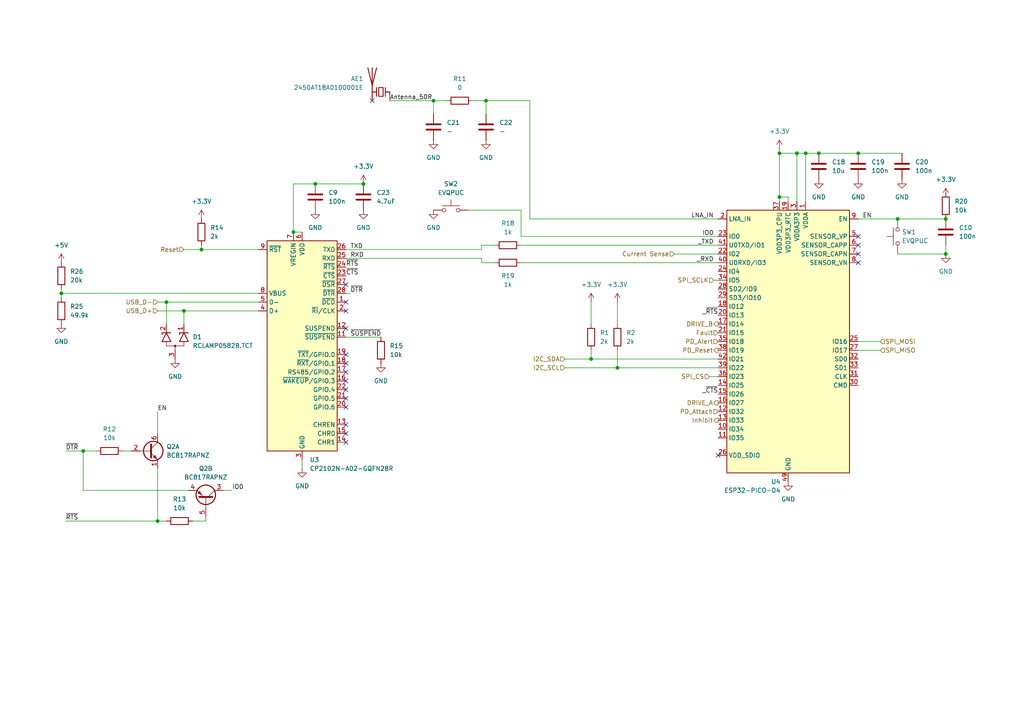
<source format=kicad_sch>
(kicad_sch (version 20231120) (generator "eeschema") (generator_version "8.0")
  (paper "A4")
  (lib_symbols
    (symbol "CP2102N-A02-GQFN28R_1" (exclude_from_sim yes)
      (property "Reference" "U" (at -8.89 31.75 0))
      (property "Value" "CP2102N-A02-GQFN28R" (at 12.7 31.75 0))
      (symbol "CP2102N-A02-GQFN28R_1_0_1"
        (rectangle (start -10.16 30.48) (end 10.16 -30.48) (stroke (width 0.254)) (fill (type background)))
      )
      (symbol "CP2102N-A02-GQFN28R_1_1_1"
        (pin input line (at 12.7 12.7 180) (length 2.54) (name "~{DCD}") (number "1"))
        (pin no_connect line (at -10.16 -27.94 0) (length 2.54) hide (name "NC") (number "10"))
        (pin output line (at 12.7 2.54 180) (length 2.54) (name "~{SUSPEND}") (number "11"))
        (pin output line (at 12.7 5.08 180) (length 2.54) (name "SUSPEND") (number "12"))
        (pin output line (at 12.7 -22.86 180) (length 2.54) (name "CHREN") (number "13"))
        (pin output line (at 12.7 -27.94 180) (length 2.54) (name "CHR1") (number "14"))
        (pin output line (at 12.7 -25.4 180) (length 2.54) (name "CHR0") (number "15"))
        (pin bidirectional line (at 12.7 -10.16 180) (length 2.54) (name "~{WAKEUP}/GPIO.3") (number "16"))
        (pin bidirectional line (at 12.7 -7.62 180) (length 2.54) (name "RS485/GPIO.2") (number "17"))
        (pin bidirectional line (at 12.7 -5.08 180) (length 2.54) (name "~{RXT}/GPIO.1") (number "18"))
        (pin bidirectional line (at 12.7 -2.54 180) (length 2.54) (name "~{TXT}/GPIO.0") (number "19"))
        (pin bidirectional line (at 12.7 10.16 180) (length 2.54) (name "~{RI}/CLK") (number "2"))
        (pin bidirectional line (at 12.7 -17.78 180) (length 2.54) (name "GPIO.6") (number "20"))
        (pin bidirectional line (at 12.7 -15.24 180) (length 2.54) (name "GPIO.5") (number "21"))
        (pin bidirectional line (at 12.7 -12.7 180) (length 2.54) (name "GPIO.4") (number "22"))
        (pin input line (at 12.7 20.32 180) (length 2.54) (name "~{CTS}") (number "23"))
        (pin output line (at 12.7 22.86 180) (length 2.54) (name "~{RTS}") (number "24"))
        (pin input line (at 12.7 25.4 180) (length 2.54) (name "RXD") (number "25"))
        (pin output line (at 12.7 27.94 180) (length 2.54) (name "TXD") (number "26"))
        (pin input line (at 12.7 17.78 180) (length 2.54) (name "~{DSR}") (number "27"))
        (pin output line (at 12.7 15.24 180) (length 2.54) (name "~{DTR}") (number "28"))
        (pin passive line (at 0 -33.02 90) (length 2.54) hide (name "GND") (number "29"))
        (pin power_in line (at 0 -33.02 90) (length 2.54) (name "GND") (number "3"))
        (pin bidirectional line (at -12.7 10.16 0) (length 2.54) (name "D+") (number "4"))
        (pin bidirectional line (at -12.7 12.7 0) (length 2.54) (name "D-") (number "5"))
        (pin power_in line (at 0 33.02 270) (length 2.54) (name "VDD") (number "6"))
        (pin power_in line (at -2.54 33.02 270) (length 2.54) (name "VREGIN") (number "7"))
        (pin input line (at -12.7 15.24 0) (length 2.54) (name "VBUS") (number "8"))
        (pin input line (at -12.7 27.94 0) (length 2.54) (name "~{RST}") (number "9"))
      )
    )
    (symbol "CR0402AFX-2001GAS_1" (pin_numbers hide) (pin_names (offset 0))
      (property "Reference" "R" (at 2.032 0 90))
      (property "Value" "2k" (at 0 0 90))
      (symbol "CR0402AFX-2001GAS_1_0_1"
        (rectangle (start -1.016 -2.54) (end 1.016 2.54) (stroke (width 0.254)))
      )
      (symbol "CR0402AFX-2001GAS_1_1_1"
        (pin passive line (at 0 3.81 270) (length 1.27) (name "~") (number "1"))
        (pin passive line (at 0 -3.81 90) (length 1.27) (name "~") (number "2"))
      )
    )
    (symbol "CR0402AJ/-000GLF_1" (pin_numbers hide) (pin_names (offset 0))
      (property "Reference" "R" (at 2.032 0 90))
      (property "Value" "0" (at 0 0 90))
      (symbol "CR0402AJ/-000GLF_1_0_1"
        (rectangle (start -1.016 -2.54) (end 1.016 2.54) (stroke (width 0.254)))
      )
      (symbol "CR0402AJ/-000GLF_1_1_1"
        (pin passive line (at 0 3.81 270) (length 1.27) (name "~") (number "1"))
        (pin passive line (at 0 -3.81 90) (length 1.27) (name "~") (number "2"))
      )
    )
    (symbol "Frank PartDB Library:2450AT18A0100001E" (pin_numbers hide) (pin_names (offset 1.016) hide)
      (property "Reference" "AE" (at 0 5.08 0))
      (property "Value" "2450AT18A0100001E" (at 0 3.175 0))
      (symbol "2450AT18A0100001E_0_1"
        (polyline (pts (xy -2.54 0) (xy -2.54 -0.635)) (stroke (width 0.254)))
        (polyline (pts (xy -2.54 0) (xy -1.27 0)) (stroke (width 0.254)))
        (polyline (pts (xy 1.27 0) (xy 2.54 0)) (stroke (width 0.254)))
        (polyline (pts (xy 1.27 1.27) (xy 1.27 -1.27)) (stroke (width 0.254)))
        (polyline (pts (xy 2.54 -0.635) (xy 2.54 0)))
        (polyline (pts (xy 2.54 6.985) (xy 2.54 -1.905)) (stroke (width 0.254)))
        (polyline (pts (xy -1.27 1.27) (xy -1.27 -1.27) (xy -1.27 0)) (stroke (width 0.254)))
        (polyline (pts (xy 3.81 6.985) (xy 2.54 1.905) (xy 1.27 6.985)) (stroke (width 0.254)))
        (polyline (pts (xy -0.635 1.27) (xy 0.635 1.27) (xy 0.635 -1.27) (xy -0.635 -1.27) (xy -0.635 1.27)) (stroke (width 0.254)))
      )
      (symbol "2450AT18A0100001E_1_1"
        (pin input line (at -2.54 -2.54 90) (length 2.54) (name "FEED") (number "1"))
        (pin passive line (at 2.54 -2.54 90) (length 2.54) (name "PCB_Trace") (number "2"))
      )
    )
    (symbol "Frank PartDB Library:ESP32-PICO-D4" (exclude_from_sim yes)
      (property "Reference" "U" (at -17.78 39.37 0))
      (property "Value" "ESP32-PICO-D4" (at 3.81 39.37 0))
      (symbol "ESP32-PICO-D4_0_0"
        (pin power_in line (at -5.08 40.64 270) (length 2.54) (name "VDDA") (number "1"))
        (pin input line (at 20.32 -25.4 180) (length 2.54) (name "IO34") (number "10"))
        (pin input line (at 20.32 -27.94 180) (length 2.54) (name "IO35") (number "11"))
        (pin bidirectional line (at 20.32 -20.32 180) (length 2.54) (name "IO32") (number "12"))
        (pin bidirectional line (at 20.32 -22.86 180) (length 2.54) (name "IO33") (number "13"))
        (pin bidirectional line (at 20.32 -12.7 180) (length 2.54) (name "IO25") (number "14"))
        (pin bidirectional line (at 20.32 -15.24 180) (length 2.54) (name "IO26") (number "15"))
        (pin bidirectional line (at 20.32 -17.78 180) (length 2.54) (name "IO27") (number "16"))
        (pin bidirectional line (at 20.32 5.08 180) (length 2.54) (name "IO14") (number "17"))
        (pin bidirectional line (at 20.32 10.16 180) (length 2.54) (name "IO12") (number "18"))
        (pin power_in line (at 0 40.64 270) (length 2.54) (name "VDD3P3_RTC") (number "19"))
        (pin bidirectional line (at 20.32 35.56 180) (length 2.54) (name "LNA_IN") (number "2"))
        (pin bidirectional line (at 20.32 7.62 180) (length 2.54) (name "IO13") (number "20"))
        (pin bidirectional line (at 20.32 2.54 180) (length 2.54) (name "IO15") (number "21"))
        (pin bidirectional line (at 20.32 25.4 180) (length 2.54) (name "IO2") (number "22"))
        (pin bidirectional line (at 20.32 30.48 180) (length 2.54) (name "IO0") (number "23"))
        (pin bidirectional line (at 20.32 20.32 180) (length 2.54) (name "IO4") (number "24"))
        (pin bidirectional line (at -20.32 0 0) (length 2.54) (name "IO16") (number "25"))
        (pin power_out line (at 20.32 -33.02 180) (length 2.54) (name "VDD_SDIO") (number "26"))
        (pin bidirectional line (at -20.32 -2.54 0) (length 2.54) (name "IO17") (number "27"))
        (pin bidirectional line (at 20.32 15.24 180) (length 2.54) (name "SD2/IO9") (number "28"))
        (pin bidirectional line (at 20.32 12.7 180) (length 2.54) (name "SD3/IO10") (number "29"))
        (pin power_in line (at -2.54 40.64 270) (length 2.54) (name "VDDA3P3") (number "3"))
        (pin bidirectional line (at -20.32 -12.7 0) (length 2.54) (name "CMD") (number "30"))
        (pin bidirectional line (at -20.32 -10.16 0) (length 2.54) (name "CLK") (number "31"))
        (pin bidirectional line (at -20.32 -5.08 0) (length 2.54) (name "SD0") (number "32"))
        (pin bidirectional line (at -20.32 -7.62 0) (length 2.54) (name "SD1") (number "33"))
        (pin bidirectional line (at 20.32 17.78 180) (length 2.54) (name "IO5") (number "34"))
        (pin bidirectional line (at 20.32 0 180) (length 2.54) (name "IO18") (number "35"))
        (pin bidirectional line (at 20.32 -10.16 180) (length 2.54) (name "IO23") (number "36"))
        (pin power_in line (at 2.54 40.64 270) (length 2.54) (name "VDD3P3_CPU") (number "37"))
        (pin bidirectional line (at 20.32 -2.54 180) (length 2.54) (name "IO19") (number "38"))
        (pin bidirectional line (at 20.32 -7.62 180) (length 2.54) (name "IO22") (number "39"))
        (pin passive line (at -2.54 40.64 270) (length 2.54) hide (name "VDDA3P3") (number "4"))
        (pin bidirectional line (at 20.32 22.86 180) (length 2.54) (name "U0RXD/IO3") (number "40"))
        (pin bidirectional line (at 20.32 27.94 180) (length 2.54) (name "U0TXD/IO1") (number "41"))
        (pin bidirectional line (at 20.32 -5.08 180) (length 2.54) (name "IO21") (number "42"))
        (pin passive line (at -5.08 40.64 270) (length 2.54) hide (name "VDDA") (number "43"))
        (pin no_connect line (at -17.78 -25.4 0) (length 2.54) hide (name "XTAL_N_NC") (number "44"))
        (pin no_connect line (at -17.78 -27.94 0) (length 2.54) hide (name "XTAL_P_NC") (number "45"))
        (pin passive line (at -5.08 40.64 270) (length 2.54) hide (name "VDDA") (number "46"))
        (pin no_connect line (at -17.78 -30.48 0) (length 2.54) hide (name "CAP2_NC") (number "47"))
        (pin no_connect line (at -17.78 -33.02 0) (length 2.54) hide (name "CAP1_NC") (number "48"))
        (pin power_in line (at 0 -40.64 90) (length 2.54) (name "GND") (number "49"))
        (pin input line (at -20.32 30.48 0) (length 2.54) (name "SENSOR_VP") (number "5"))
        (pin input line (at -20.32 27.94 0) (length 2.54) (name "SENSOR_CAPP") (number "6"))
        (pin input line (at -20.32 25.4 0) (length 2.54) (name "SENSOR_CAPN") (number "7"))
        (pin input line (at -20.32 22.86 0) (length 2.54) (name "SENSOR_VN") (number "8"))
        (pin input line (at -20.32 35.56 0) (length 2.54) (name "EN") (number "9"))
      )
      (symbol "ESP32-PICO-D4_0_1"
        (rectangle (start -17.78 38.1) (end 17.78 -38.1) (stroke (width 0.254)) (fill (type background)))
      )
    )
    (symbol "frank_partdb:BC817RAPNZ" (pin_names (offset 0) hide) (exclude_from_sim yes)
      (property "Reference" "Q" (at 5.08 1.27 0))
      (property "Value" "BC817RAPNZ" (at 5.08 -1.27 0))
      (symbol "BC817RAPNZ_0_1"
        (polyline (pts (xy 0.635 0) (xy -2.54 0)))
        (circle (center 1.27 0) (radius 2.8194) (stroke (width 0.254)))
        (circle (center 1.27 0) (radius 2.8194) (stroke (width 0.254)))
      )
      (symbol "BC817RAPNZ_1_1"
        (polyline (pts (xy 0.635 0.635) (xy 2.54 2.54)))
        (polyline (pts (xy 0.635 -0.635) (xy 2.54 -2.54) (xy 2.54 -2.54)))
        (polyline (pts (xy 0.635 1.905) (xy 0.635 -1.905) (xy 0.635 -1.905)) (stroke (width 0.508)))
        (polyline (pts (xy 1.27 -1.778) (xy 1.778 -1.27) (xy 2.286 -2.286) (xy 1.27 -1.778) (xy 1.27 -1.778)) (fill (type outline)))
        (pin passive line (at 2.54 -5.08 90) (length 2.54) (name "E1") (number "1"))
        (pin input line (at -5.08 0 0) (length 2.54) (name "B1") (number "2"))
        (pin passive line (at 2.54 5.08 270) (length 2.54) (name "C1") (number "6"))
      )
      (symbol "BC817RAPNZ_2_1"
        (polyline (pts (xy 0.635 0.635) (xy 2.54 2.54)))
        (polyline (pts (xy 0.635 -0.635) (xy 2.54 -2.54) (xy 2.54 -2.54)))
        (polyline (pts (xy 0.635 1.905) (xy 0.635 -1.905) (xy 0.635 -1.905)) (stroke (width 0.508)))
        (polyline (pts (xy 2.286 -1.778) (xy 1.778 -2.286) (xy 1.27 -1.27) (xy 2.286 -1.778) (xy 2.286 -1.778)) (fill (type outline)))
        (pin passive line (at 2.54 5.08 270) (length 2.54) (name "C2") (number "3"))
        (pin passive line (at 2.54 -5.08 90) (length 2.54) (name "E2") (number "4"))
        (pin input line (at -5.08 0 0) (length 2.54) (name "B2") (number "5"))
      )
    )
    (symbol "frank_partdb:CR0402AFX-1001GAS" (pin_numbers hide) (pin_names (offset 0))
      (property "Reference" "R" (at 2.032 0 90))
      (property "Value" "1k" (at 0 0 90))
      (symbol "CR0402AFX-1001GAS_0_1"
        (rectangle (start -1.016 -2.54) (end 1.016 2.54) (stroke (width 0.254)))
      )
      (symbol "CR0402AFX-1001GAS_1_1"
        (pin passive line (at 0 3.81 270) (length 1.27) (name "~") (number "1"))
        (pin passive line (at 0 -3.81 90) (length 1.27) (name "~") (number "2"))
      )
    )
    (symbol "frank_partdb:CR0402AFX-1002GAS" (pin_numbers hide) (pin_names (offset 0))
      (property "Reference" "R" (at 2.032 0 90))
      (property "Value" "10k" (at 0 0 90))
      (symbol "CR0402AFX-1002GAS_0_1"
        (rectangle (start -1.016 -2.54) (end 1.016 2.54) (stroke (width 0.254)))
      )
      (symbol "CR0402AFX-1002GAS_1_1"
        (pin passive line (at 0 3.81 270) (length 1.27) (name "~") (number "1"))
        (pin passive line (at 0 -3.81 90) (length 1.27) (name "~") (number "2"))
      )
    )
    (symbol "frank_partdb:CR0402AFX-2001GAS" (pin_numbers hide) (pin_names (offset 0))
      (property "Reference" "R" (at 2.032 0 90))
      (property "Value" "2k" (at 0 0 90))
      (symbol "CR0402AFX-2001GAS_0_1"
        (rectangle (start -1.016 -2.54) (end 1.016 2.54) (stroke (width 0.254)))
      )
      (symbol "CR0402AFX-2001GAS_1_1"
        (pin passive line (at 0 3.81 270) (length 1.27) (name "~") (number "1"))
        (pin passive line (at 0 -3.81 90) (length 1.27) (name "~") (number "2"))
      )
    )
    (symbol "frank_partdb:CR0402AFX-4992GAS" (pin_numbers hide) (pin_names (offset 0))
      (property "Reference" "R" (at 2.032 0 90))
      (property "Value" "49.9k" (at 0 0 90))
      (symbol "CR0402AFX-4992GAS_0_1"
        (rectangle (start -1.016 -2.54) (end 1.016 2.54) (stroke (width 0.254)))
      )
      (symbol "CR0402AFX-4992GAS_1_1"
        (pin passive line (at 0 3.81 270) (length 1.27) (name "~") (number "1"))
        (pin passive line (at 0 -3.81 90) (length 1.27) (name "~") (number "2"))
      )
    )
    (symbol "frank_partdb:ERJ-2RKF2002X" (pin_numbers hide) (pin_names (offset 0))
      (property "Reference" "R" (at 2.032 0 90))
      (property "Value" "20k" (at 0 0 90))
      (symbol "ERJ-2RKF2002X_0_1"
        (rectangle (start -1.016 -2.54) (end 1.016 2.54) (stroke (width 0.254)))
      )
      (symbol "ERJ-2RKF2002X_1_1"
        (pin passive line (at 0 3.81 270) (length 1.27) (name "~") (number "1"))
        (pin passive line (at 0 -3.81 90) (length 1.27) (name "~") (number "2"))
      )
    )
    (symbol "frank_partdb:EVQ-PUC02K" (pin_numbers hide) (pin_names (offset 1.016) hide)
      (property "Reference" "SW" (at 1.27 2.54 0))
      (property "Value" "EVQPUC" (at 0 -1.524 0))
      (symbol "EVQ-PUC02K_0_1"
        (circle (center -2.032 0) (radius 0.508))
        (polyline (pts (xy 0 1.27) (xy 0 3.048)))
        (polyline (pts (xy 2.54 1.27) (xy -2.54 1.27)))
        (circle (center 2.032 0) (radius 0.508))
        (pin passive line (at -5.08 0 0) (length 2.54) (name "1") (number "1"))
        (pin passive line (at 5.08 0 180) (length 2.54) (name "2") (number "2"))
      )
    )
    (symbol "frank_partdb:GCM155R71H104KE02J" (pin_numbers hide) (pin_names (offset 0.254)) (exclude_from_sim yes)
      (property "Reference" "C" (at 0.635 2.54 0))
      (property "Value" "100n" (at 0.635 -2.54 0))
      (symbol "GCM155R71H104KE02J_0_1"
        (polyline (pts (xy -2.032 -0.762) (xy 2.032 -0.762)) (stroke (width 0.508)))
        (polyline (pts (xy -2.032 0.762) (xy 2.032 0.762)) (stroke (width 0.508)))
      )
      (symbol "GCM155R71H104KE02J_1_1"
        (pin passive line (at 0 3.81 270) (length 2.794) (name "~") (number "1"))
        (pin passive line (at 0 -3.81 90) (length 2.794) (name "~") (number "2"))
      )
    )
    (symbol "frank_partdb:GCM21BC71A475KA73L" (pin_numbers hide) (pin_names (offset 0.254)) (exclude_from_sim yes)
      (property "Reference" "C" (at 0.635 2.54 0))
      (property "Value" "4.7uF" (at 0.635 -2.54 0))
      (symbol "GCM21BC71A475KA73L_0_1"
        (polyline (pts (xy -2.032 -0.762) (xy 2.032 -0.762)) (stroke (width 0.508)))
        (polyline (pts (xy -2.032 0.762) (xy 2.032 0.762)) (stroke (width 0.508)))
      )
      (symbol "GCM21BC71A475KA73L_1_1"
        (pin passive line (at 0 3.81 270) (length 2.794) (name "~") (number "1"))
        (pin passive line (at 0 -3.81 90) (length 2.794) (name "~") (number "2"))
      )
    )
    (symbol "frank_partdb:GCM21BR70J106KE22L" (pin_numbers hide) (pin_names (offset 0.254)) (exclude_from_sim yes)
      (property "Reference" "C" (at 0.635 2.54 0))
      (property "Value" "10u" (at 0.635 -2.54 0))
      (symbol "GCM21BR70J106KE22L_0_1"
        (polyline (pts (xy -2.032 -0.762) (xy 2.032 -0.762)) (stroke (width 0.508)))
        (polyline (pts (xy -2.032 0.762) (xy 2.032 0.762)) (stroke (width 0.508)))
      )
      (symbol "GCM21BR70J106KE22L_1_1"
        (pin passive line (at 0 3.81 270) (length 2.794) (name "~") (number "1"))
        (pin passive line (at 0 -3.81 90) (length 2.794) (name "~") (number "2"))
      )
    )
    (symbol "frank_partdb:Generic_MLCC_0402" (pin_numbers hide) (pin_names (offset 0.254)) (exclude_from_sim yes) (in_bom no)
      (property "Reference" "C" (at 0.635 2.54 0))
      (property "Value" "-" (at 0.635 -2.54 0))
      (symbol "Generic_MLCC_0402_0_1"
        (polyline (pts (xy -2.032 -0.762) (xy 2.032 -0.762)) (stroke (width 0.508)))
        (polyline (pts (xy -2.032 0.762) (xy 2.032 0.762)) (stroke (width 0.508)))
      )
      (symbol "Generic_MLCC_0402_1_1"
        (pin passive line (at 0 3.81 270) (length 2.794) (name "~") (number "1"))
        (pin passive line (at 0 -3.81 90) (length 2.794) (name "~") (number "2"))
      )
    )
    (symbol "frank_partdb:RCLAMP0582B.TCT" (pin_names hide)
      (property "Reference" "D" (at 0 5.08 0))
      (property "Value" "RCLAMP0582B.TCT" (at 0 -5.08 0))
      (symbol "RCLAMP0582B.TCT_0_1"
        (polyline (pts (xy -2.54 0) (xy -1.27 0)))
        (polyline (pts (xy -1.27 2.54) (xy -1.27 -2.54)))
        (polyline (pts (xy 0 2.54) (xy -1.27 2.54)) (stroke (width 0.1524)))
        (polyline (pts (xy 2.54 3.81) (xy 2.54 1.27) (xy 2.032 1.27)) (stroke (width 0.254)))
        (polyline (pts (xy 0 1.27) (xy 0 3.81) (xy 2.54 2.54) (xy 0 1.27)) (stroke (width 0.254)))
        (pin passive line (at -5.08 0 0) (length 2.54) (name "A") (number "3"))
      )
      (symbol "RCLAMP0582B.TCT_1_1"
        (circle (center -1.27 0) (radius 0.254) (fill (type outline)))
        (polyline (pts (xy 0 -2.54) (xy -1.27 -2.54)) (stroke (width 0.1524)))
        (polyline (pts (xy 2.54 -1.27) (xy 2.54 -3.81) (xy 2.032 -3.81)) (stroke (width 0.254)))
        (polyline (pts (xy 0 -3.81) (xy 0 -1.27) (xy 2.54 -2.54) (xy 0 -3.81)) (stroke (width 0.254)))
        (pin passive line (at 5.08 2.54 180) (length 2.54) (name "K1") (number "1"))
        (pin passive line (at 5.08 -2.54 180) (length 2.54) (name "K2") (number "2"))
      )
    )
    (symbol "power:+3.3V" (power) (pin_numbers hide) (pin_names (offset 0) hide)
      (property "Value" "+3.3V" (at 0 3.556 0))
      (symbol "+3.3V_0_1"
        (polyline (pts (xy -0.762 1.27) (xy 0 2.54)))
        (polyline (pts (xy 0 0) (xy 0 2.54)))
        (polyline (pts (xy 0 2.54) (xy 0.762 1.27)))
      )
      (symbol "+3.3V_1_1"
        (pin power_in line (at 0 0 90) (length 0) (name "~") (number "1"))
      )
    )
    (symbol "power:+5V" (power) (pin_numbers hide) (pin_names (offset 0) hide)
      (property "Value" "+5V" (at 0 3.556 0))
      (symbol "+5V_0_1"
        (polyline (pts (xy -0.762 1.27) (xy 0 2.54)))
        (polyline (pts (xy 0 0) (xy 0 2.54)))
        (polyline (pts (xy 0 2.54) (xy 0.762 1.27)))
      )
      (symbol "+5V_1_1"
        (pin power_in line (at 0 0 90) (length 0) (name "~") (number "1"))
      )
    )
    (symbol "power:GND" (power) (pin_numbers hide) (pin_names (offset 0) hide)
      (property "Value" "GND" (at 0 -3.81 0))
      (symbol "GND_0_1"
        (polyline (pts (xy 0 0) (xy 0 -1.27) (xy 1.27 -1.27) (xy 0 -2.54) (xy -1.27 -1.27) (xy 0 -1.27)))
      )
      (symbol "GND_1_1"
        (pin power_in line (at 0 0 270) (length 0) (name "~") (number "1"))
      )
    )
  )
  (junction (at 91.44 53.34))
  (junction (at 24.13 130.81))
  (junction (at 226.06 44.45))
  (junction (at 58.42 72.39))
  (junction (at 53.34 90.17))
  (junction (at 233.68 44.45))
  (junction (at 85.09 67.31))
  (junction (at 17.78 85.09))
  (junction (at 171.45 104.14))
  (junction (at 48.26 87.63))
  (junction (at 274.32 73.66))
  (junction (at 231.14 44.45))
  (junction (at 226.06 57.15))
  (junction (at 260.35 63.5))
  (junction (at 237.49 44.45))
  (junction (at 248.92 44.45))
  (junction (at 179.07 106.68))
  (junction (at 105.41 53.34))
  (junction (at 140.97 29.21))
  (junction (at 45.72 151.13))
  (junction (at 274.32 63.5))
  (junction (at 125.73 29.21))
  (no_connect (at 100.33 113.03))
  (no_connect (at 100.33 125.73))
  (no_connect (at 208.28 132.08))
  (no_connect (at 100.33 87.63))
  (no_connect (at 248.92 71.12))
  (no_connect (at 100.33 115.57))
  (no_connect (at 100.33 123.19))
  (no_connect (at 100.33 107.95))
  (no_connect (at 100.33 102.87))
  (no_connect (at 107.95 29.21))
  (no_connect (at 100.33 128.27))
  (no_connect (at 100.33 110.49))
  (no_connect (at 100.33 82.55))
  (no_connect (at 100.33 105.41))
  (no_connect (at 100.33 90.17))
  (no_connect (at 248.92 68.58))
  (no_connect (at 248.92 76.2))
  (no_connect (at 100.33 95.25))
  (no_connect (at 248.92 73.66))
  (no_connect (at 100.33 118.11))
  (wire (pts (xy 105.41 53.34) (xy 91.44 53.34)))
  (wire (pts (xy 139.7 71.12) (xy 143.51 71.12)))
  (wire (pts (xy 226.06 57.15) (xy 226.06 58.42)))
  (wire (pts (xy 140.97 29.21) (xy 137.16 29.21)))
  (wire (pts (xy 228.6 57.15) (xy 226.06 57.15)))
  (wire (pts (xy 64.77 142.24) (xy 67.31 142.24)))
  (wire (pts (xy 54.61 142.24) (xy 24.13 142.24)))
  (wire (pts (xy 179.07 87.63) (xy 179.07 93.98)))
  (wire (pts (xy 139.7 74.93) (xy 139.7 76.2)))
  (wire (pts (xy 113.03 29.21) (xy 125.73 29.21)))
  (wire (pts (xy 151.13 71.12) (xy 208.28 71.12)))
  (wire (pts (xy 153.67 63.5) (xy 153.67 29.21)))
  (wire (pts (xy 100.33 97.79) (xy 110.49 97.79)))
  (wire (pts (xy 274.32 73.66) (xy 274.32 71.12)))
  (wire (pts (xy 207.01 81.28) (xy 208.28 81.28)))
  (wire (pts (xy 59.69 151.13) (xy 59.69 149.86)))
  (wire (pts (xy 231.14 44.45) (xy 233.68 44.45)))
  (wire (pts (xy 248.92 44.45) (xy 261.62 44.45)))
  (wire (pts (xy 24.13 142.24) (xy 24.13 130.81)))
  (wire (pts (xy 140.97 29.21) (xy 153.67 29.21)))
  (wire (pts (xy 53.34 90.17) (xy 74.93 90.17)))
  (wire (pts (xy 24.13 130.81) (xy 27.94 130.81)))
  (wire (pts (xy 17.78 85.09) (xy 74.93 85.09)))
  (wire (pts (xy 179.07 101.6) (xy 179.07 106.68)))
  (wire (pts (xy 125.73 29.21) (xy 129.54 29.21)))
  (wire (pts (xy 87.63 67.31) (xy 85.09 67.31)))
  (wire (pts (xy 151.13 68.58) (xy 208.28 68.58)))
  (wire (pts (xy 248.92 99.06) (xy 255.27 99.06)))
  (wire (pts (xy 195.58 73.66) (xy 208.28 73.66)))
  (wire (pts (xy 45.72 119.38) (xy 45.72 125.73)))
  (wire (pts (xy 140.97 29.21) (xy 140.97 33.02)))
  (wire (pts (xy 163.83 104.14) (xy 171.45 104.14)))
  (wire (pts (xy 226.06 44.45) (xy 231.14 44.45)))
  (wire (pts (xy 151.13 68.58) (xy 151.13 60.96)))
  (wire (pts (xy 100.33 72.39) (xy 139.7 72.39)))
  (wire (pts (xy 53.34 90.17) (xy 53.34 93.98)))
  (wire (pts (xy 87.63 135.89) (xy 87.63 133.35)))
  (wire (pts (xy 260.35 63.5) (xy 274.32 63.5)))
  (wire (pts (xy 17.78 85.09) (xy 17.78 86.36)))
  (wire (pts (xy 171.45 87.63) (xy 171.45 93.98)))
  (wire (pts (xy 171.45 101.6) (xy 171.45 104.14)))
  (wire (pts (xy 55.88 151.13) (xy 59.69 151.13)))
  (wire (pts (xy 171.45 104.14) (xy 208.28 104.14)))
  (wire (pts (xy 19.05 130.81) (xy 24.13 130.81)))
  (wire (pts (xy 48.26 87.63) (xy 48.26 93.98)))
  (wire (pts (xy 233.68 44.45) (xy 237.49 44.45)))
  (wire (pts (xy 85.09 53.34) (xy 85.09 67.31)))
  (wire (pts (xy 163.83 106.68) (xy 179.07 106.68)))
  (wire (pts (xy 53.34 72.39) (xy 58.42 72.39)))
  (wire (pts (xy 248.92 101.6) (xy 255.27 101.6)))
  (wire (pts (xy 85.09 53.34) (xy 91.44 53.34)))
  (wire (pts (xy 58.42 72.39) (xy 74.93 72.39)))
  (wire (pts (xy 151.13 76.2) (xy 208.28 76.2)))
  (wire (pts (xy 125.73 29.21) (xy 125.73 33.02)))
  (wire (pts (xy 228.6 58.42) (xy 228.6 57.15)))
  (wire (pts (xy 45.72 151.13) (xy 48.26 151.13)))
  (wire (pts (xy 58.42 72.39) (xy 58.42 71.12)))
  (wire (pts (xy 100.33 74.93) (xy 139.7 74.93)))
  (wire (pts (xy 45.72 135.89) (xy 45.72 151.13)))
  (wire (pts (xy 226.06 43.18) (xy 226.06 44.45)))
  (wire (pts (xy 237.49 44.45) (xy 248.92 44.45)))
  (wire (pts (xy 179.07 106.68) (xy 208.28 106.68)))
  (wire (pts (xy 45.72 87.63) (xy 48.26 87.63)))
  (wire (pts (xy 45.72 90.17) (xy 53.34 90.17)))
  (wire (pts (xy 101.6 85.09) (xy 100.33 85.09)))
  (wire (pts (xy 248.92 63.5) (xy 260.35 63.5)))
  (wire (pts (xy 226.06 44.45) (xy 226.06 57.15)))
  (wire (pts (xy 139.7 72.39) (xy 139.7 71.12)))
  (wire (pts (xy 205.74 109.22) (xy 208.28 109.22)))
  (wire (pts (xy 233.68 44.45) (xy 233.68 58.42)))
  (wire (pts (xy 139.7 76.2) (xy 143.51 76.2)))
  (wire (pts (xy 48.26 87.63) (xy 74.93 87.63)))
  (wire (pts (xy 135.89 60.96) (xy 151.13 60.96)))
  (wire (pts (xy 260.35 73.66) (xy 274.32 73.66)))
  (wire (pts (xy 153.67 63.5) (xy 208.28 63.5)))
  (wire (pts (xy 17.78 83.82) (xy 17.78 85.09)))
  (wire (pts (xy 274.32 55.88) (xy 274.32 57.15)))
  (wire (pts (xy 231.14 44.45) (xy 231.14 58.42)))
  (wire (pts (xy 35.56 130.81) (xy 38.1 130.81)))
  (wire (pts (xy 19.05 151.13) (xy 45.72 151.13)))
  (label "~{SUSPEND}" (at 101.6 97.79 0))
  (label "_RXD" (at 207.01 76.2 180))
  (label "RXD" (at 101.6 74.93 0))
  (label "~{RTS}" (at 19.05 151.13 0))
  (label "~{DTR}" (at 101.6 85.09 0))
  (label "IO0" (at 67.31 142.24 0))
  (label "~{RTS}" (at 100.33 77.47 0))
  (label "EN" (at 250.19 63.5 0))
  (label "_~{CTS}" (at 208.28 114.3 180))
  (label "Antenna_50R" (at 113.03 29.21 0))
  (label "EN" (at 45.72 119.38 0))
  (label "~{CTS}" (at 100.33 80.01 0))
  (label "~{DTR}" (at 19.05 130.81 0))
  (label "IO0" (at 207.01 68.58 180))
  (label "LNA_IN" (at 207.01 63.5 180))
  (label "TXD" (at 101.6 72.39 0))
  (label "_~{RTS}" (at 208.28 91.44 180))
  (label "_TXD" (at 207.01 71.12 180))
  (hierarchical_label "Reset" (shape input) (at 53.34 72.39 180))
  (hierarchical_label "PD_Reset" (shape output) (at 208.28 101.6 180))
  (hierarchical_label "DRIVE_A" (shape output) (at 208.28 116.84 180))
  (hierarchical_label "I2C_SCL" (shape input) (at 163.83 106.68 180))
  (hierarchical_label "DRIVE_B" (shape output) (at 208.28 93.98 180))
  (hierarchical_label "SPI_CS" (shape input) (at 205.74 109.22 180))
  (hierarchical_label "Fault" (shape input) (at 208.28 96.52 180))
  (hierarchical_label "Inhibit" (shape output) (at 208.28 121.92 180))
  (hierarchical_label "SPI_MOSI" (shape input) (at 255.27 99.06 0))
  (hierarchical_label "PD_Alert" (shape input) (at 208.28 99.06 180))
  (hierarchical_label "SPI_MISO" (shape input) (at 255.27 101.6 0))
  (hierarchical_label "PD_Attach" (shape input) (at 208.28 119.38 180))
  (hierarchical_label "SPI_SCLK" (shape input) (at 207.01 81.28 180))
  (hierarchical_label "USB_D-" (shape input) (at 45.72 87.63 180))
  (hierarchical_label "USB_D+" (shape input) (at 45.72 90.17 180))
  (hierarchical_label "Current Sense" (shape input) (at 195.58 73.66 180))
  (hierarchical_label "I2C_SDA" (shape input) (at 163.83 104.14 180))
  (symbol (lib_id "frank_partdb:RCLAMP0582B.TCT") (at 50.8 99.06 270) (mirror x) (unit 1)
    (property "Reference" "D1" (at 55.88 97.7264 90) (effects (justify left)))
    (property "Value" "RCLAMP0582B.TCT" (at 55.88 100.2664 90) (effects (justify left)))
    (property "Footprint" "Package_TO_SOT_SMD:SOT-416" (effects (hide yes)))
    (property "Datasheet" "http://partdb.franks.dascheese.online/en/part/77/info" (effects (hide yes)))
    (property "Description" "20V Clamp 15A (8/20µs) Ipp Tvs Diode Surface Mount SC-75 (SOT523)" (effects (hide yes)))
    (property "Category" "Diodes/TVS" (effects (hide yes)))
    (property "MPN" "RCLAMP0582B.TCT" (effects (hide yes)))
    (property "Manufacturer" "Semtech Corporation" (effects (hide yes)))
    (property "Manufacturing Status" "Active" (effects (hide yes)))
    (property "Part-DB Footprint" "SC-75 (SOT523)" (effects (hide yes)))
    (property "Part-DB ID" "77" (effects (hide yes)))
  )
  (symbol (lib_id "power:+3.3V") (at 274.32 57.15 0) (unit 1)
    (property "Reference" "#PWR0105" (effects (hide yes)))
    (property "Value" "+3.3V" (at 274.32 52.07 0))
    (property "Description" "Power symbol creates a global label with name \"+3.3V\"" (effects (hide yes)))
  )
  (symbol (lib_id "power:GND") (at 237.49 52.07 0) (unit 1)
    (property "Reference" "#PWR011" (effects (hide yes)))
    (property "Value" "GND" (at 237.49 57.15 0))
    (property "Description" "Power symbol creates a global label with name \"GND\" , ground" (effects (hide yes)))
  )
  (symbol (lib_id "frank_partdb:EVQ-PUC02K") (at 130.81 60.96 0) (unit 1)
    (property "Reference" "SW2" (at 130.81 53.34 0))
    (property "Value" "EVQPUC" (at 130.81 55.88 0))
    (property "Footprint" "Button_Switch_SMD:Panasonic_EVQPUL_EVQPUC" (effects (hide yes)))
    (property "Datasheet" "http://partdb.franks.dascheese.online/en/part/76/info" (effects (hide yes)))
    (property "Description" "Tactile Switch SPST-NO Side Actuated Surface Mount, Right Angle" (effects (hide yes)))
    (property "Category" "Switch" (effects (hide yes)))
    (property "MPN" "EVQ-PUC02K" (effects (hide yes)))
    (property "Manufacturer" "Panasonic Electronic Components" (effects (hide yes)))
    (property "Manufacturing Status" "Active" (effects (hide yes)))
    (property "Part-DB ID" "76" (effects (hide yes)))
  )
  (symbol (lib_id "power:+3.3V") (at 171.45 87.63 0) (unit 1)
    (property "Reference" "#PWR025" (effects (hide yes)))
    (property "Value" "+3.3V" (at 171.45 82.55 0))
    (property "Description" "Power symbol creates a global label with name \"+3.3V\"" (effects (hide yes)))
  )
  (symbol (lib_id "power:GND") (at 125.73 40.64 0) (unit 1)
    (property "Reference" "#PWR015" (effects (hide yes)))
    (property "Value" "GND" (at 125.73 45.72 0))
    (property "Description" "Power symbol creates a global label with name \"GND\" , ground" (effects (hide yes)))
  )
  (symbol (lib_id "Frank PartDB Library:2450AT18A0100001E") (at 110.49 26.67 0) (mirror y) (unit 1)
    (property "Reference" "AE1" (at 105.41 22.8599 0) (effects (justify left)))
    (property "Value" "2450AT18A0100001E" (at 105.41 25.3999 0) (effects (justify left)))
    (property "Footprint" "RF_Antenna:Johanson_2450AT18x100" (effects (hide yes)))
    (property "Datasheet" "http://partdb.franks.dascheese.online/en/part/54/info" (effects (hide yes)))
    (property "Description" "2.4GHz Chip RF Antenna 2.4GHz ~ 2.5GHz 0.5dBi Solder Surface Mount" (effects (hide yes)))
    (property "Category" "Antennas" (effects (hide yes)))
    (property "MPN" "2450AT18A0100001E" (effects (hide yes)))
    (property "Manufacturer" "Johanson Technology Inc." (effects (hide yes)))
    (property "Manufacturing Status" "Active" (effects (hide yes)))
    (property "Part-DB ID" "54" (effects (hide yes)))
  )
  (symbol (lib_id "frank_partdb:BC817RAPNZ") (at 59.69 144.78 270) (mirror x) (unit 2) (exclude_from_sim yes)
    (property "Reference" "Q2" (at 59.69 135.89 90))
    (property "Value" "BC817RAPNZ" (at 59.69 138.43 90))
    (property "Footprint" "PCM_PartyWagon112_DFN:DFN1412-6" (effects (hide yes)))
    (property "Datasheet" "http://partdb.franks.dascheese.online/en/part/22/info" (effects (hide yes)))
    (property "Description" "Bipolar (BJT) Transistor Array 1 NPN, 1 PNP 45V 500mA 100MHz 350mW Surface Mount DFN1412-6" (effects (hide yes)))
    (property "Category" "Transistors/BJT" (effects (hide yes)))
    (property "MPN" "BC817RAPNZ" (effects (hide yes)))
    (property "Manufacturer" "Nexperia USA Inc." (effects (hide yes)))
    (property "Manufacturing Status" "Active" (effects (hide yes)))
    (property "Part-DB Footprint" "DFN1412-6" (effects (hide yes)))
    (property "Part-DB ID" "22" (effects (hide yes)))
  )
  (symbol (lib_id "frank_partdb:CR0402AFX-1002GAS") (at 110.49 101.6 0) (unit 1)
    (property "Reference" "R15" (at 113.03 100.3299 0) (effects (justify left)))
    (property "Value" "10k" (at 113.03 102.8699 0) (effects (justify left)))
    (property "Footprint" "Resistor_SMD:R_0402_1005Metric" (effects (hide yes)))
    (property "Datasheet" "http://partdb.franks.dascheese.online/en/part/19/info" (effects (hide yes)))
    (property "Description" "10 kOhms ±1% 0.063W, 1/16W Chip Resistor 0402 (1005 Metric) Anti-Sulfur, Automotive AEC-Q200, Moisture Resistant Thick Film" (effects (hide yes)))
    (property "Category" "Resistors" (effects (hide yes)))
    (property "MPN" "CR0402AFX-1002GAS" (effects (hide yes)))
    (property "Manufacturer" "Bourns Inc." (effects (hide yes)))
    (property "Manufacturing Status" "Active" (effects (hide yes)))
    (property "Part-DB Footprint" "0402" (effects (hide yes)))
    (property "Part-DB ID" "19" (effects (hide yes)))
  )
  (symbol (lib_id "frank_partdb:Generic_MLCC_0402") (at 125.73 36.83 0) (unit 1) (exclude_from_sim yes) (in_bom no)
    (property "Reference" "C21" (at 129.54 35.5599 0) (effects (justify left)))
    (property "Value" "-" (at 129.54 38.0999 0) (effects (justify left)))
    (property "Footprint" "Capacitor_SMD:C_0402_1005Metric" (effects (hide yes)))
    (property "Datasheet" "http://partdb.franks.dascheese.online/en/part/75/info" (effects (hide yes)))
    (property "Description" "Placeholder for circuits requiring later tuning. Eg. Antennas." (effects (hide yes)))
    (property "Category" "Capacitors/MLCC" (effects (hide yes)))
    (property "Part-DB Footprint" "0402" (effects (hide yes)))
    (property "Part-DB ID" "75" (effects (hide yes)))
  )
  (symbol (lib_id "frank_partdb:BC817RAPNZ") (at 43.18 130.81 0) (unit 1) (exclude_from_sim yes)
    (property "Reference" "Q2" (at 48.26 129.5399 0) (effects (justify left)))
    (property "Value" "BC817RAPNZ" (at 48.26 132.0799 0) (effects (justify left)))
    (property "Footprint" "PCM_PartyWagon112_DFN:DFN1412-6" (effects (hide yes)))
    (property "Datasheet" "http://partdb.franks.dascheese.online/en/part/22/info" (effects (hide yes)))
    (property "Description" "Bipolar (BJT) Transistor Array 1 NPN, 1 PNP 45V 500mA 100MHz 350mW Surface Mount DFN1412-6" (effects (hide yes)))
    (property "Category" "Transistors/BJT" (effects (hide yes)))
    (property "MPN" "BC817RAPNZ" (effects (hide yes)))
    (property "Manufacturer" "Nexperia USA Inc." (effects (hide yes)))
    (property "Manufacturing Status" "Active" (effects (hide yes)))
    (property "Part-DB Footprint" "DFN1412-6" (effects (hide yes)))
    (property "Part-DB ID" "22" (effects (hide yes)))
  )
  (symbol (lib_id "frank_partdb:CR0402AFX-2001GAS") (at 58.42 67.31 0) (unit 1)
    (property "Reference" "R14" (at 60.96 66.0399 0) (effects (justify left)))
    (property "Value" "2k" (at 60.96 68.5799 0) (effects (justify left)))
    (property "Footprint" "Resistor_SMD:R_0402_1005Metric" (effects (hide yes)))
    (property "Datasheet" "http://partdb.franks.dascheese.online/en/part/33/info" (effects (hide yes)))
    (property "Description" "2 kOhms ±1% 0.063W, 1/16W Chip Resistor 0402 (1005 Metric) Anti-Sulfur, Automotive AEC-Q200, Moisture Resistant Thick Film" (effects (hide yes)))
    (property "Category" "Resistors" (effects (hide yes)))
    (property "MPN" "CR0402AFX-2001GAS" (effects (hide yes)))
    (property "Manufacturer" "Bourns Inc." (effects (hide yes)))
    (property "Manufacturing Status" "Active" (effects (hide yes)))
    (property "Part-DB Footprint" "0402" (effects (hide yes)))
    (property "Part-DB ID" "33" (effects (hide yes)))
  )
  (symbol (lib_id "power:+3.3V") (at 105.41 53.34 0) (unit 1)
    (property "Reference" "#PWR0110" (effects (hide yes)))
    (property "Value" "+3.3V" (at 105.41 48.26 0))
    (property "Description" "Power symbol creates a global label with name \"+3.3V\"" (effects (hide yes)))
  )
  (symbol (lib_id "frank_partdb:EVQ-PUC02K") (at 260.35 68.58 90) (unit 1)
    (property "Reference" "SW1" (at 261.62 67.3099 90) (effects (justify right)))
    (property "Value" "EVQPUC" (at 261.62 69.8499 90) (effects (justify right)))
    (property "Footprint" "Button_Switch_SMD:Panasonic_EVQPUL_EVQPUC" (effects (hide yes)))
    (property "Datasheet" "http://partdb.franks.dascheese.online/en/part/76/info" (effects (hide yes)))
    (property "Description" "Tactile Switch SPST-NO Side Actuated Surface Mount, Right Angle" (effects (hide yes)))
    (property "Category" "Switch" (effects (hide yes)))
    (property "MPN" "EVQ-PUC02K" (effects (hide yes)))
    (property "Manufacturer" "Panasonic Electronic Components" (effects (hide yes)))
    (property "Manufacturing Status" "Active" (effects (hide yes)))
    (property "Part-DB ID" "76" (effects (hide yes)))
  )
  (symbol (lib_name "CP2102N-A02-GQFN28R_1") (lib_id "frank_partdb:CP2102N-A02-GQFN28R") (at 87.63 100.33 0) (unit 1) (exclude_from_sim yes)
    (property "Reference" "U3" (at 89.8241 133.35 0) (effects (justify left)))
    (property "Value" "CP2102N-A02-GQFN28R" (at 89.8241 135.89 0) (effects (justify left)))
    (property "Footprint" "Package_DFN_QFN:QFN-28-1EP_5x5mm_P0.5mm_EP3.35x3.35mm_ThermalVias" (effects (hide yes)))
    (property "Datasheet" "http://partdb.franks.dascheese.online/en/part/61/info" (effects (hide yes)))
    (property "Description" "USB Bridge, USB to UART USB 2.0 UART Interface 28-QFN (5x5)" (effects (hide yes)))
    (property "Category" "Integrated/Interfaces" (effects (hide yes)))
    (property "MPN" "CP2102N-A02-GQFN28R" (effects (hide yes)))
    (property "Manufacturer" "Silicon Labs" (effects (hide yes)))
    (property "Manufacturing Status" "Active" (effects (hide yes)))
    (property "Part-DB Footprint" "28-QFN (5x5)" (effects (hide yes)))
    (property "Part-DB ID" "61" (effects (hide yes)))
  )
  (symbol (lib_id "power:+3.3V") (at 58.42 63.5 0) (unit 1)
    (property "Reference" "#PWR0108" (effects (hide yes)))
    (property "Value" "+3.3V" (at 58.42 58.42 0))
    (property "Description" "Power symbol creates a global label with name \"+3.3V\"" (effects (hide yes)))
  )
  (symbol (lib_id "frank_partdb:GCM155R71H104KE02J") (at 91.44 57.15 0) (unit 1) (exclude_from_sim yes)
    (property "Reference" "C9" (at 95.25 55.8799 0) (effects (justify left)))
    (property "Value" "100n" (at 95.25 58.4199 0) (effects (justify left)))
    (property "Footprint" "Capacitor_SMD:C_0402_1005Metric" (effects (hide yes)))
    (property "Datasheet" "http://partdb.franks.dascheese.online/en/part/60/info" (effects (hide yes)))
    (property "Description" "0.1 µF ±10% 50V Ceramic Capacitor X7R 0402 (1005 Metric)" (effects (hide yes)))
    (property "Category" "Capacitors/MLCC" (effects (hide yes)))
    (property "MPN" "GCM155R71H104KE02J" (effects (hide yes)))
    (property "Manufacturer" "Murata Electronics" (effects (hide yes)))
    (property "Manufacturing Status" "Active" (effects (hide yes)))
    (property "Part-DB Footprint" "0402" (effects (hide yes)))
    (property "Part-DB ID" "60" (effects (hide yes)))
  )
  (symbol (lib_id "frank_partdb:GCM155R71H104KE02J") (at 248.92 48.26 0) (unit 1) (exclude_from_sim yes)
    (property "Reference" "C19" (at 252.73 46.9899 0) (effects (justify left)))
    (property "Value" "100n" (at 252.73 49.5299 0) (effects (justify left)))
    (property "Footprint" "Capacitor_SMD:C_0402_1005Metric" (effects (hide yes)))
    (property "Datasheet" "http://partdb.franks.dascheese.online/en/part/60/info" (effects (hide yes)))
    (property "Description" "0.1 µF ±10% 50V Ceramic Capacitor X7R 0402 (1005 Metric)" (effects (hide yes)))
    (property "Category" "Capacitors/MLCC" (effects (hide yes)))
    (property "MPN" "GCM155R71H104KE02J" (effects (hide yes)))
    (property "Manufacturer" "Murata Electronics" (effects (hide yes)))
    (property "Manufacturing Status" "Active" (effects (hide yes)))
    (property "Part-DB Footprint" "0402" (effects (hide yes)))
    (property "Part-DB ID" "60" (effects (hide yes)))
  )
  (symbol (lib_id "power:GND") (at 87.63 135.89 0) (unit 1)
    (property "Reference" "#PWR0107" (effects (hide yes)))
    (property "Value" "GND" (at 87.63 140.97 0))
    (property "Description" "Power symbol creates a global label with name \"GND\" , ground" (effects (hide yes)))
  )
  (symbol (lib_id "frank_partdb:GCM21BR70J106KE22L") (at 237.49 48.26 0) (unit 1) (exclude_from_sim yes)
    (property "Reference" "C18" (at 241.3 46.9899 0) (effects (justify left)))
    (property "Value" "10u" (at 241.3 49.5299 0) (effects (justify left)))
    (property "Footprint" "Capacitor_SMD:C_0805_2012Metric" (effects (hide yes)))
    (property "Datasheet" "http://partdb.franks.dascheese.online/en/part/63/info" (effects (hide yes)))
    (property "Description" "10 µF ±10% 6.3V Ceramic Capacitor X7R 0805 (2012 Metric)" (effects (hide yes)))
    (property "Category" "Capacitors/MLCC" (effects (hide yes)))
    (property "MPN" "GCM21BR70J106KE22L" (effects (hide yes)))
    (property "Manufacturer" "Murata Electronics" (effects (hide yes)))
    (property "Manufacturing Status" "Active" (effects (hide yes)))
    (property "Part-DB Footprint" "0805" (effects (hide yes)))
    (property "Part-DB ID" "63" (effects (hide yes)))
  )
  (symbol (lib_id "frank_partdb:GCM21BC71A475KA73L") (at 105.41 57.15 0) (unit 1) (exclude_from_sim yes)
    (property "Reference" "C23" (at 109.22 55.8799 0) (effects (justify left)))
    (property "Value" "4.7uF" (at 109.22 58.4199 0) (effects (justify left)))
    (property "Footprint" "Capacitor_SMD:C_0805_2012Metric" (effects (hide yes)))
    (property "Datasheet" "http://partdb.franks.dascheese.online/en/part/2/info" (effects (hide yes)))
    (property "Description" "4.7 µF ±10% 10V Ceramic Capacitor X7S 0805 (2012 Metric)" (effects (hide yes)))
    (property "Category" "Capacitors/MLCC" (effects (hide yes)))
    (property "MPN" "GCM21BC71A475KA73L" (effects (hide yes)))
    (property "Manufacturer" "Murata Electronics" (effects (hide yes)))
    (property "Manufacturing Status" "Active" (effects (hide yes)))
    (property "Part-DB Footprint" "0805" (effects (hide yes)))
    (property "Part-DB ID" "2" (effects (hide yes)))
  )
  (symbol (lib_id "power:+3.3V") (at 226.06 43.18 0) (unit 1)
    (property "Reference" "#PWR010" (effects (hide yes)))
    (property "Value" "+3.3V" (at 226.06 38.1 0))
    (property "Description" "Power symbol creates a global label with name \"+3.3V\"" (effects (hide yes)))
  )
  (symbol (lib_name "CR0402AFX-2001GAS_1") (lib_id "frank_partdb:CR0402AFX-2001GAS") (at 171.45 97.79 0) (unit 1)
    (property "Reference" "R1" (at 173.99 96.5199 0) (effects (justify left)))
    (property "Value" "2k" (at 173.99 99.0599 0) (effects (justify left)))
    (property "Footprint" "Resistor_SMD:R_0402_1005Metric" (effects (hide yes)))
    (property "Datasheet" "http://partdb.franks.dascheese.online/en/part/33/info" (effects (hide yes)))
    (property "Description" "2 kOhms ±1% 0.063W, 1/16W Chip Resistor 0402 (1005 Metric) Anti-Sulfur, Automotive AEC-Q200, Moisture Resistant Thick Film" (effects (hide yes)))
    (property "Category" "Resistors" (effects (hide yes)))
    (property "MPN" "CR0402AFX-2001GAS" (effects (hide yes)))
    (property "Manufacturer" "Bourns Inc." (effects (hide yes)))
    (property "Manufacturing Status" "Active" (effects (hide yes)))
    (property "Part-DB Footprint" "0402" (effects (hide yes)))
    (property "Part-DB ID" "33" (effects (hide yes)))
  )
  (symbol (lib_name "CR0402AFX-2001GAS_1") (lib_id "frank_partdb:CR0402AFX-2001GAS") (at 179.07 97.79 0) (unit 1)
    (property "Reference" "R2" (at 181.61 96.5199 0) (effects (justify left)))
    (property "Value" "2k" (at 181.61 99.0599 0) (effects (justify left)))
    (property "Footprint" "Resistor_SMD:R_0402_1005Metric" (effects (hide yes)))
    (property "Datasheet" "http://partdb.franks.dascheese.online/en/part/33/info" (effects (hide yes)))
    (property "Description" "2 kOhms ±1% 0.063W, 1/16W Chip Resistor 0402 (1005 Metric) Anti-Sulfur, Automotive AEC-Q200, Moisture Resistant Thick Film" (effects (hide yes)))
    (property "Category" "Resistors" (effects (hide yes)))
    (property "MPN" "CR0402AFX-2001GAS" (effects (hide yes)))
    (property "Manufacturer" "Bourns Inc." (effects (hide yes)))
    (property "Manufacturing Status" "Active" (effects (hide yes)))
    (property "Part-DB Footprint" "0402" (effects (hide yes)))
    (property "Part-DB ID" "33" (effects (hide yes)))
  )
  (symbol (lib_id "power:GND") (at 261.62 52.07 0) (unit 1)
    (property "Reference" "#PWR013" (effects (hide yes)))
    (property "Value" "GND" (at 261.62 57.15 0))
    (property "Description" "Power symbol creates a global label with name \"GND\" , ground" (effects (hide yes)))
  )
  (symbol (lib_id "power:GND") (at 50.8 104.14 0) (unit 1)
    (property "Reference" "#PWR020" (effects (hide yes)))
    (property "Value" "GND" (at 50.8 109.22 0))
    (property "Description" "Power symbol creates a global label with name \"GND\" , ground" (effects (hide yes)))
  )
  (symbol (lib_id "frank_partdb:CR0402AFX-1001GAS") (at 147.32 71.12 90) (unit 1)
    (property "Reference" "R18" (at 147.32 64.77 90))
    (property "Value" "1k" (at 147.32 67.31 90))
    (property "Footprint" "Resistor_SMD:R_0402_1005Metric" (effects (hide yes)))
    (property "Datasheet" "http://partdb.franks.dascheese.online/en/part/31/info" (effects (hide yes)))
    (property "Description" "1 kOhms ±1% 0.063W, 1/16W Chip Resistor 0402 (1005 Metric) Anti-Sulfur, Automotive AEC-Q200, Moisture Resistant Thick Film" (effects (hide yes)))
    (property "Category" "Resistors" (effects (hide yes)))
    (property "MPN" "CR0402AFX-1001GAS" (effects (hide yes)))
    (property "Manufacturer" "Bourns Inc." (effects (hide yes)))
    (property "Manufacturing Status" "Active" (effects (hide yes)))
    (property "Part-DB Footprint" "0402" (effects (hide yes)))
    (property "Part-DB ID" "31" (effects (hide yes)))
  )
  (symbol (lib_id "frank_partdb:GCM155R71H104KE02J") (at 274.32 67.31 0) (unit 1) (exclude_from_sim yes)
    (property "Reference" "C10" (at 278.13 66.0399 0) (effects (justify left)))
    (property "Value" "100n" (at 278.13 68.5799 0) (effects (justify left)))
    (property "Footprint" "Capacitor_SMD:C_0402_1005Metric" (effects (hide yes)))
    (property "Datasheet" "http://partdb.franks.dascheese.online/en/part/60/info" (effects (hide yes)))
    (property "Description" "0.1 µF ±10% 50V Ceramic Capacitor X7R 0402 (1005 Metric)" (effects (hide yes)))
    (property "Category" "Capacitors/MLCC" (effects (hide yes)))
    (property "MPN" "GCM155R71H104KE02J" (effects (hide yes)))
    (property "Manufacturer" "Murata Electronics" (effects (hide yes)))
    (property "Manufacturing Status" "Active" (effects (hide yes)))
    (property "Part-DB Footprint" "0402" (effects (hide yes)))
    (property "Part-DB ID" "60" (effects (hide yes)))
  )
  (symbol (lib_id "power:GND") (at 105.41 60.96 0) (unit 1)
    (property "Reference" "#PWR016" (effects (hide yes)))
    (property "Value" "GND" (at 105.41 66.04 0))
    (property "Description" "Power symbol creates a global label with name \"GND\" , ground" (effects (hide yes)))
  )
  (symbol (lib_id "frank_partdb:GCM155R71H104KE02J") (at 261.62 48.26 0) (unit 1) (exclude_from_sim yes)
    (property "Reference" "C20" (at 265.43 46.9899 0) (effects (justify left)))
    (property "Value" "100n" (at 265.43 49.5299 0) (effects (justify left)))
    (property "Footprint" "Capacitor_SMD:C_0402_1005Metric" (effects (hide yes)))
    (property "Datasheet" "http://partdb.franks.dascheese.online/en/part/60/info" (effects (hide yes)))
    (property "Description" "0.1 µF ±10% 50V Ceramic Capacitor X7R 0402 (1005 Metric)" (effects (hide yes)))
    (property "Category" "Capacitors/MLCC" (effects (hide yes)))
    (property "MPN" "GCM155R71H104KE02J" (effects (hide yes)))
    (property "Manufacturer" "Murata Electronics" (effects (hide yes)))
    (property "Manufacturing Status" "Active" (effects (hide yes)))
    (property "Part-DB Footprint" "0402" (effects (hide yes)))
    (property "Part-DB ID" "60" (effects (hide yes)))
  )
  (symbol (lib_id "power:GND") (at 140.97 40.64 0) (unit 1)
    (property "Reference" "#PWR014" (effects (hide yes)))
    (property "Value" "GND" (at 140.97 45.72 0))
    (property "Description" "Power symbol creates a global label with name \"GND\" , ground" (effects (hide yes)))
  )
  (symbol (lib_id "frank_partdb:CR0402AFX-1002GAS") (at 274.32 59.69 180) (unit 1)
    (property "Reference" "R20" (at 276.86 58.4199 0) (effects (justify right)))
    (property "Value" "10k" (at 276.86 60.9599 0) (effects (justify right)))
    (property "Footprint" "Resistor_SMD:R_0402_1005Metric" (effects (hide yes)))
    (property "Datasheet" "http://partdb.franks.dascheese.online/en/part/19/info" (effects (hide yes)))
    (property "Description" "10 kOhms ±1% 0.063W, 1/16W Chip Resistor 0402 (1005 Metric) Anti-Sulfur, Automotive AEC-Q200, Moisture Resistant Thick Film" (effects (hide yes)))
    (property "Category" "Resistors" (effects (hide yes)))
    (property "MPN" "CR0402AFX-1002GAS" (effects (hide yes)))
    (property "Manufacturer" "Bourns Inc." (effects (hide yes)))
    (property "Manufacturing Status" "Active" (effects (hide yes)))
    (property "Part-DB Footprint" "0402" (effects (hide yes)))
    (property "Part-DB ID" "19" (effects (hide yes)))
  )
  (symbol (lib_id "power:GND") (at 17.78 93.98 0) (unit 1)
    (property "Reference" "#PWR018" (effects (hide yes)))
    (property "Value" "GND" (at 17.78 99.06 0))
    (property "Description" "Power symbol creates a global label with name \"GND\" , ground" (effects (hide yes)))
  )
  (symbol (lib_id "frank_partdb:CR0402AFX-1002GAS") (at 52.07 151.13 90) (unit 1)
    (property "Reference" "R13" (at 52.07 144.78 90))
    (property "Value" "10k" (at 52.07 147.32 90))
    (property "Footprint" "Resistor_SMD:R_0402_1005Metric" (effects (hide yes)))
    (property "Datasheet" "http://partdb.franks.dascheese.online/en/part/19/info" (effects (hide yes)))
    (property "Description" "10 kOhms ±1% 0.063W, 1/16W Chip Resistor 0402 (1005 Metric) Anti-Sulfur, Automotive AEC-Q200, Moisture Resistant Thick Film" (effects (hide yes)))
    (property "Category" "Resistors" (effects (hide yes)))
    (property "MPN" "CR0402AFX-1002GAS" (effects (hide yes)))
    (property "Manufacturer" "Bourns Inc." (effects (hide yes)))
    (property "Manufacturing Status" "Active" (effects (hide yes)))
    (property "Part-DB Footprint" "0402" (effects (hide yes)))
    (property "Part-DB ID" "19" (effects (hide yes)))
  )
  (symbol (lib_id "frank_partdb:CR0402AFX-1001GAS") (at 147.32 76.2 90) (mirror x) (unit 1)
    (property "Reference" "R19" (at 147.32 80.01 90))
    (property "Value" "1k" (at 147.32 82.55 90))
    (property "Footprint" "Resistor_SMD:R_0402_1005Metric" (effects (hide yes)))
    (property "Datasheet" "http://partdb.franks.dascheese.online/en/part/31/info" (effects (hide yes)))
    (property "Description" "1 kOhms ±1% 0.063W, 1/16W Chip Resistor 0402 (1005 Metric) Anti-Sulfur, Automotive AEC-Q200, Moisture Resistant Thick Film" (effects (hide yes)))
    (property "Category" "Resistors" (effects (hide yes)))
    (property "MPN" "CR0402AFX-1001GAS" (effects (hide yes)))
    (property "Manufacturer" "Bourns Inc." (effects (hide yes)))
    (property "Manufacturing Status" "Active" (effects (hide yes)))
    (property "Part-DB Footprint" "0402" (effects (hide yes)))
    (property "Part-DB ID" "31" (effects (hide yes)))
  )
  (symbol (lib_id "Frank PartDB Library:ESP32-PICO-D4") (at 228.6 99.06 0) (mirror y) (unit 1) (exclude_from_sim yes)
    (property "Reference" "U4" (at 226.4059 139.7 0) (effects (justify left)))
    (property "Value" "ESP32-PICO-D4" (at 226.4059 142.24 0) (effects (justify left)))
    (property "Footprint" "Package_DFN_QFN:QFN-48-1EP_7x7mm_P0.5mm_EP5.3x5.3mm_ThermalVias" (effects (hide yes)))
    (property "Datasheet" "http://partdb.franks.dascheese.online/en/part/4/info" (effects (hide yes)))
    (property "Description" "Bluetooth, WiFi 802.11b/g/n, Bluetooth v4.2 +EDR, Class 1, 2 and 3 Transceiver Module 2.4GHz ~ 2.5GHz Surface Mount" (effects (hide yes)))
    (property "Category" "Integrated/Microcontrollers" (effects (hide yes)))
    (property "MPN" "ESP32-PICO-D4" (effects (hide yes)))
    (property "Manufacturer" "Espressif Systems" (effects (hide yes)))
    (property "Manufacturing Status" "Active" (effects (hide yes)))
    (property "Part-DB ID" "4" (effects (hide yes)))
  )
  (symbol (lib_id "frank_partdb:Generic_MLCC_0402") (at 140.97 36.83 0) (unit 1) (exclude_from_sim yes) (in_bom no)
    (property "Reference" "C22" (at 144.78 35.5599 0) (effects (justify left)))
    (property "Value" "-" (at 144.78 38.0999 0) (effects (justify left)))
    (property "Footprint" "Capacitor_SMD:C_0402_1005Metric" (effects (hide yes)))
    (property "Datasheet" "http://partdb.franks.dascheese.online/en/part/75/info" (effects (hide yes)))
    (property "Description" "Placeholder for circuits requiring later tuning. Eg. Antennas." (effects (hide yes)))
    (property "Category" "Capacitors/MLCC" (effects (hide yes)))
    (property "Part-DB Footprint" "0402" (effects (hide yes)))
    (property "Part-DB ID" "75" (effects (hide yes)))
  )
  (symbol (lib_name "CR0402AJ/-000GLF_1") (lib_id "frank_partdb:CR0402AJ/-000GLF") (at 133.35 29.21 90) (unit 1)
    (property "Reference" "R11" (at 133.35 22.86 90))
    (property "Value" "0" (at 133.35 25.4 90))
    (property "Footprint" "Resistor_SMD:R_0402_1005Metric" (effects (hide yes)))
    (property "Datasheet" "http://partdb.franks.dascheese.online/en/part/12/info" (effects (hide yes)))
    (property "Description" "0 Ohms ±5% Chip Resistor 0402 (1005 Metric) Automotive AEC-Q200, Moisture Resistant Thick Film" (effects (hide yes)))
    (property "Category" "Resistors" (effects (hide yes)))
    (property "MPN" "CR0402AJ/-000GLF" (effects (hide yes)))
    (property "Manufacturer" "Bourns Inc." (effects (hide yes)))
    (property "Manufacturing Status" "Active" (effects (hide yes)))
    (property "Part-DB Footprint" "0402" (effects (hide yes)))
    (property "Part-DB ID" "12" (effects (hide yes)))
  )
  (symbol (lib_id "power:+3.3V") (at 179.07 87.63 0) (unit 1)
    (property "Reference" "#PWR026" (effects (hide yes)))
    (property "Value" "+3.3V" (at 179.07 82.55 0))
    (property "Description" "Power symbol creates a global label with name \"+3.3V\"" (effects (hide yes)))
  )
  (symbol (lib_id "power:GND") (at 228.6 139.7 0) (unit 1)
    (property "Reference" "#PWR09" (effects (hide yes)))
    (property "Value" "GND" (at 228.6 144.78 0))
    (property "Description" "Power symbol creates a global label with name \"GND\" , ground" (effects (hide yes)))
  )
  (symbol (lib_id "frank_partdb:CR0402AFX-1002GAS") (at 31.75 130.81 90) (unit 1)
    (property "Reference" "R12" (at 31.75 124.46 90))
    (property "Value" "10k" (at 31.75 127 90))
    (property "Footprint" "Resistor_SMD:R_0402_1005Metric" (effects (hide yes)))
    (property "Datasheet" "http://partdb.franks.dascheese.online/en/part/19/info" (effects (hide yes)))
    (property "Description" "10 kOhms ±1% 0.063W, 1/16W Chip Resistor 0402 (1005 Metric) Anti-Sulfur, Automotive AEC-Q200, Moisture Resistant Thick Film" (effects (hide yes)))
    (property "Category" "Resistors" (effects (hide yes)))
    (property "MPN" "CR0402AFX-1002GAS" (effects (hide yes)))
    (property "Manufacturer" "Bourns Inc." (effects (hide yes)))
    (property "Manufacturing Status" "Active" (effects (hide yes)))
    (property "Part-DB Footprint" "0402" (effects (hide yes)))
    (property "Part-DB ID" "19" (effects (hide yes)))
  )
  (symbol (lib_id "power:+5V") (at 17.78 76.2 0) (unit 1)
    (property "Reference" "#PWR017" (effects (hide yes)))
    (property "Value" "+5V" (at 17.78 71.12 0))
    (property "Description" "Power symbol creates a global label with name \"+5V\"" (effects (hide yes)))
  )
  (symbol (lib_id "power:GND") (at 110.49 105.41 0) (unit 1)
    (property "Reference" "#PWR0109" (effects (hide yes)))
    (property "Value" "GND" (at 110.49 110.49 0))
    (property "Description" "Power symbol creates a global label with name \"GND\" , ground" (effects (hide yes)))
  )
  (symbol (lib_id "power:GND") (at 274.32 73.66 0) (unit 1)
    (property "Reference" "#PWR0106" (effects (hide yes)))
    (property "Value" "GND" (at 274.32 78.74 0))
    (property "Description" "Power symbol creates a global label with name \"GND\" , ground" (effects (hide yes)))
  )
  (symbol (lib_id "power:GND") (at 125.73 60.96 0) (unit 1)
    (property "Reference" "#PWR019" (effects (hide yes)))
    (property "Value" "GND" (at 125.73 66.04 0))
    (property "Description" "Power symbol creates a global label with name \"GND\" , ground" (effects (hide yes)))
  )
  (symbol (lib_id "power:GND") (at 91.44 60.96 0) (unit 1)
    (property "Reference" "#PWR0111" (effects (hide yes)))
    (property "Value" "GND" (at 91.44 66.04 0))
    (property "Description" "Power symbol creates a global label with name \"GND\" , ground" (effects (hide yes)))
  )
  (symbol (lib_id "frank_partdb:ERJ-2RKF2002X") (at 17.78 80.01 0) (unit 1)
    (property "Reference" "R26" (at 20.32 78.7399 0) (effects (justify left)))
    (property "Value" "20k" (at 20.32 81.2799 0) (effects (justify left)))
    (property "Footprint" "Resistor_SMD:R_0402_1005Metric" (effects (hide yes)))
    (property "Datasheet" "http://partdb.franks.dascheese.online/en/part/57/info" (effects (hide yes)))
    (property "Description" "20 kOhms ±1% 0.1W, 1/10W Chip Resistor 0402 (1005 Metric) Automotive AEC-Q200 Thick Film" (effects (hide yes)))
    (property "Category" "Resistors" (effects (hide yes)))
    (property "MPN" "ERJ-2RKF2002X" (effects (hide yes)))
    (property "Manufacturer" "Panasonic Electronic Components" (effects (hide yes)))
    (property "Manufacturing Status" "Active" (effects (hide yes)))
    (property "Part-DB Footprint" "0402" (effects (hide yes)))
    (property "Part-DB ID" "57" (effects (hide yes)))
  )
  (symbol (lib_id "power:GND") (at 248.92 52.07 0) (unit 1)
    (property "Reference" "#PWR012" (effects (hide yes)))
    (property "Value" "GND" (at 248.92 57.15 0))
    (property "Description" "Power symbol creates a global label with name \"GND\" , ground" (effects (hide yes)))
  )
  (symbol (lib_id "frank_partdb:CR0402AFX-4992GAS") (at 17.78 90.17 0) (unit 1)
    (property "Reference" "R25" (at 20.32 88.8999 0) (effects (justify left)))
    (property "Value" "49.9k" (at 20.32 91.4399 0) (effects (justify left)))
    (property "Footprint" "Resistor_SMD:R_0402_1005Metric" (effects (hide yes)))
    (property "Datasheet" "http://partdb.franks.dascheese.online/en/part/32/info" (effects (hide yes)))
    (property "Description" "49.9 kOhms ±1% 0.063W, 1/16W Chip Resistor 0402 (1005 Metric) Anti-Sulfur, Automotive AEC-Q200, Moisture Resistant Thick Film" (effects (hide yes)))
    (property "Category" "Resistors" (effects (hide yes)))
    (property "MPN" "CR0402AFX-4992GAS" (effects (hide yes)))
    (property "Manufacturer" "Bourns Inc." (effects (hide yes)))
    (property "Manufacturing Status" "Active" (effects (hide yes)))
    (property "Part-DB Footprint" "0402" (effects (hide yes)))
    (property "Part-DB ID" "32" (effects (hide yes)))
  )
)
</source>
